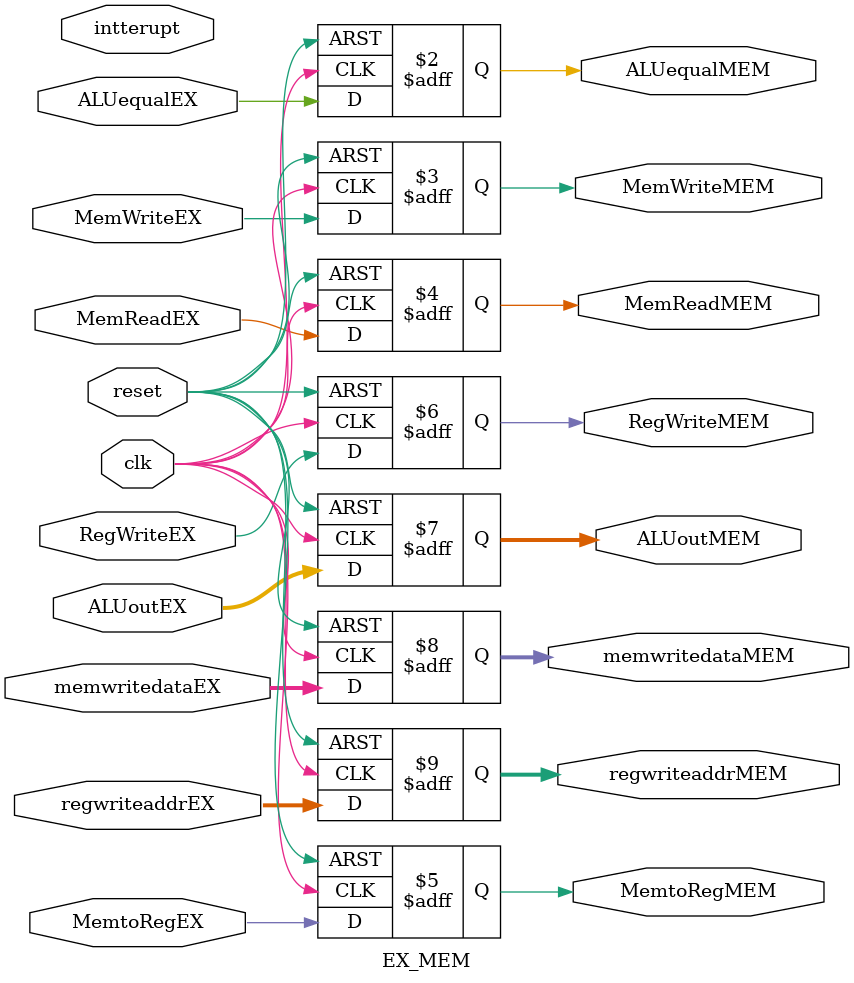
<source format=v>
module EX_MEM(clk,reset,intterupt,
    ALUequalEX,MemWriteEX,MemReadEX,MemtoRegEX,RegWriteEX,
    ALUoutEX,memwritedataEX,regwriteaddrEX,
    ALUequalMEM,MemWriteMEM,MemReadMEM,MemtoRegMEM,RegWriteMEM,
    ALUoutMEM,memwritedataMEM,regwriteaddrMEM);

    input clk,reset,intterupt;
    input ALUequalEX,MemWriteEX,MemReadEX,MemtoRegEX,RegWriteEX;
    input [31:0] ALUoutEX,memwritedataEX;
    input [4:0] regwriteaddrEX;
    output reg ALUequalMEM,MemWriteMEM,MemReadMEM,MemtoRegMEM,RegWriteMEM;
    output reg [31:0] ALUoutMEM,memwritedataMEM;
    output reg [4:0] regwriteaddrMEM;

    always @(posedge clk or posedge reset)
    begin
        if(reset) begin
            ALUequalMEM<=0;
            MemWriteMEM<=0;
            MemReadMEM<=0;
            MemtoRegMEM<=0;
            RegWriteMEM<=0;
            ALUoutMEM<=0;
            memwritedataMEM<=0;
            regwriteaddrMEM<=0;
        end
        else begin
            ALUequalMEM<=ALUequalEX;
            MemWriteMEM<=MemWriteEX;
            MemReadMEM<=MemReadEX;
            MemtoRegMEM<=MemtoRegEX;
            RegWriteMEM<=RegWriteEX;
            ALUoutMEM<=ALUoutEX;
            memwritedataMEM<=memwritedataEX;
            regwriteaddrMEM<=regwriteaddrEX;
        end
    end

endmodule
</source>
